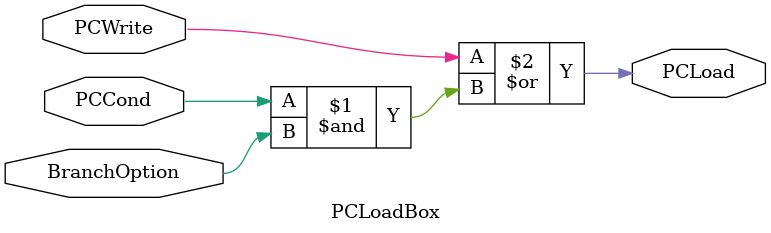
<source format=v>
module PCLoadBox (
    input wire PCWrite,
    input wire PCCond,
    input wire BranchOption,
    output wire PCLoad
);
    assign PCLoad = PCWrite | (PCCond & BranchOption);
endmodule
</source>
